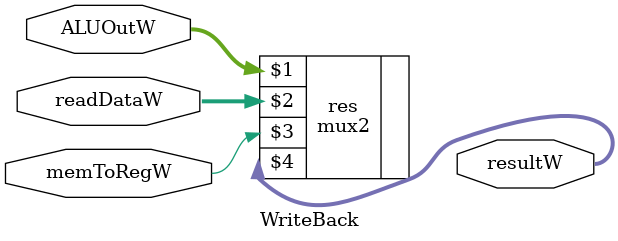
<source format=v>
`timescale 1ns / 1ps
module WriteBack( input memToRegW,
						input [31:0] readDataW, ALUOutW,
						output [31:0] resultW);
						
mux2 #(32) res(ALUOutW, readDataW,memToRegW, resultW);

endmodule

</source>
